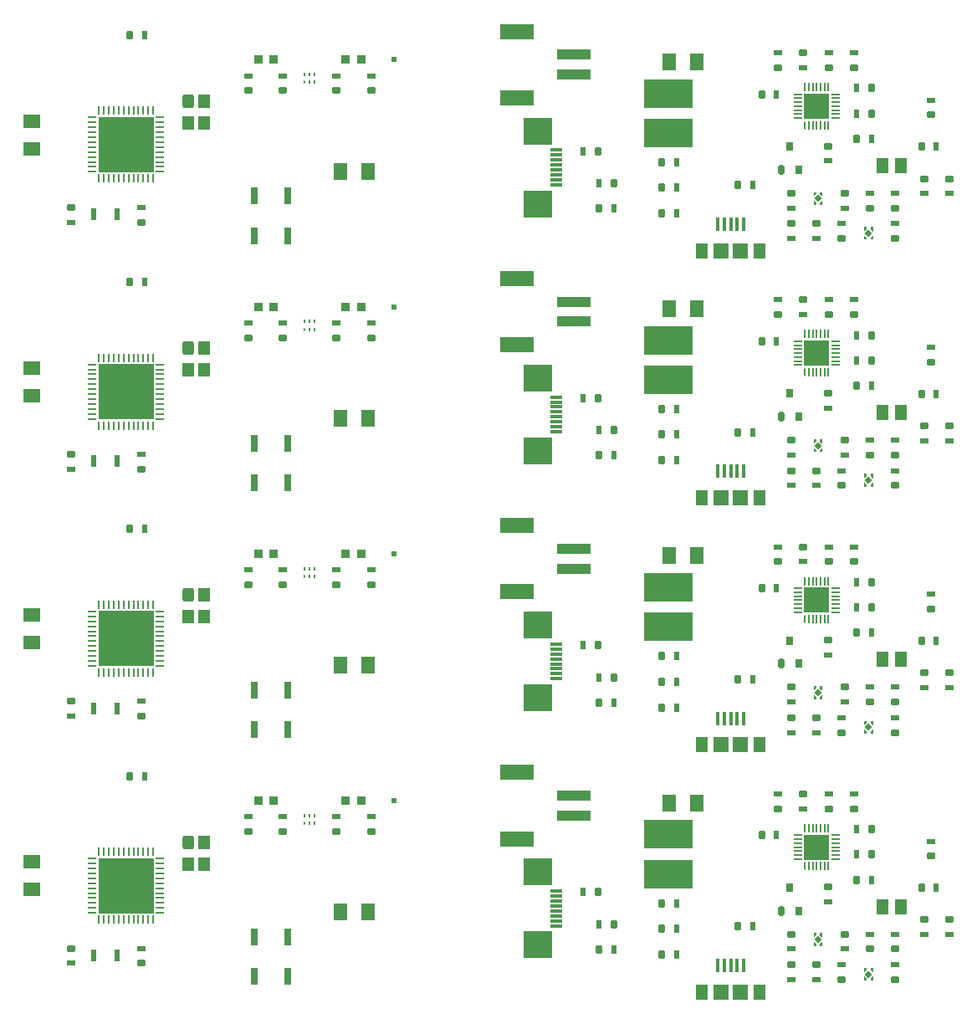
<source format=gtp>
G04*
G04 #@! TF.GenerationSoftware,Altium Limited,Altium Designer,21.0.9 (235)*
G04*
G04 Layer_Color=8421504*
%FSLAX44Y44*%
%MOMM*%
G71*
G04*
G04 #@! TF.SameCoordinates,010FA0BD-CCEB-4461-B68A-2F08C8EAF3F4*
G04*
G04*
G04 #@! TF.FilePolarity,Positive*
G04*
G01*
G75*
%ADD12R,0.6000X1.3000*%
%ADD13R,5.0000X3.0000*%
%ADD14R,1.3000X1.5000*%
%ADD15R,0.8000X1.7000*%
%ADD16R,1.4000X1.8000*%
%ADD17R,1.8000X1.4000*%
%ADD18R,0.2000X0.3000*%
G04:AMPARAMS|DCode=19|XSize=0.3mm|YSize=0.2mm|CornerRadius=0.05mm|HoleSize=0mm|Usage=FLASHONLY|Rotation=270.000|XOffset=0mm|YOffset=0mm|HoleType=Round|Shape=RoundedRectangle|*
%AMROUNDEDRECTD19*
21,1,0.3000,0.1000,0,0,270.0*
21,1,0.2000,0.2000,0,0,270.0*
1,1,0.1000,-0.0500,-0.1000*
1,1,0.1000,-0.0500,0.1000*
1,1,0.1000,0.0500,0.1000*
1,1,0.1000,0.0500,-0.1000*
%
%ADD19ROUNDEDRECTD19*%
%ADD20R,0.9000X0.6000*%
G04:AMPARAMS|DCode=21|XSize=0.6mm|YSize=0.9mm|CornerRadius=0.15mm|HoleSize=0mm|Usage=FLASHONLY|Rotation=270.000|XOffset=0mm|YOffset=0mm|HoleType=Round|Shape=RoundedRectangle|*
%AMROUNDEDRECTD21*
21,1,0.6000,0.6000,0,0,270.0*
21,1,0.3000,0.9000,0,0,270.0*
1,1,0.3000,-0.3000,-0.1500*
1,1,0.3000,-0.3000,0.1500*
1,1,0.3000,0.3000,0.1500*
1,1,0.3000,0.3000,-0.1500*
%
%ADD21ROUNDEDRECTD21*%
%ADD22R,0.6000X0.9000*%
G04:AMPARAMS|DCode=23|XSize=0.6mm|YSize=0.9mm|CornerRadius=0.15mm|HoleSize=0mm|Usage=FLASHONLY|Rotation=0.000|XOffset=0mm|YOffset=0mm|HoleType=Round|Shape=RoundedRectangle|*
%AMROUNDEDRECTD23*
21,1,0.6000,0.6000,0,0,0.0*
21,1,0.3000,0.9000,0,0,0.0*
1,1,0.3000,0.1500,-0.3000*
1,1,0.3000,-0.1500,-0.3000*
1,1,0.3000,-0.1500,0.3000*
1,1,0.3000,0.1500,0.3000*
%
%ADD23ROUNDEDRECTD23*%
%ADD24R,5.6000X5.6000*%
%ADD25R,0.8500X0.2500*%
%ADD26R,0.2500X0.8500*%
%ADD27O,0.2500X0.8500*%
G04:AMPARAMS|DCode=28|XSize=0.65mm|YSize=0.95mm|CornerRadius=0.1625mm|HoleSize=0mm|Usage=FLASHONLY|Rotation=180.000|XOffset=0mm|YOffset=0mm|HoleType=Round|Shape=RoundedRectangle|*
%AMROUNDEDRECTD28*
21,1,0.6500,0.6250,0,0,180.0*
21,1,0.3250,0.9500,0,0,180.0*
1,1,0.3250,-0.1625,0.3125*
1,1,0.3250,0.1625,0.3125*
1,1,0.3250,0.1625,-0.3125*
1,1,0.3250,-0.1625,-0.3125*
%
%ADD28ROUNDEDRECTD28*%
%ADD29R,0.6500X0.9500*%
G04:AMPARAMS|DCode=30|XSize=0.2mm|YSize=0.85mm|CornerRadius=0.05mm|HoleSize=0mm|Usage=FLASHONLY|Rotation=180.000|XOffset=0mm|YOffset=0mm|HoleType=Round|Shape=RoundedRectangle|*
%AMROUNDEDRECTD30*
21,1,0.2000,0.7500,0,0,180.0*
21,1,0.1000,0.8500,0,0,180.0*
1,1,0.1000,-0.0500,0.3750*
1,1,0.1000,0.0500,0.3750*
1,1,0.1000,0.0500,-0.3750*
1,1,0.1000,-0.0500,-0.3750*
%
%ADD30ROUNDEDRECTD30*%
%ADD31R,0.2000X0.8500*%
%ADD32R,0.8500X0.2000*%
%ADD33R,2.6000X2.6000*%
%ADD34R,0.2500X0.2200*%
%ADD35R,0.2500X0.2200*%
%ADD36P,0.6788X4X360.0*%
%ADD37R,0.8900X0.9400*%
%ADD38R,0.4000X1.3500*%
%ADD39R,1.5000X1.5500*%
%ADD40R,1.2000X0.3000*%
%ADD41R,3.0000X2.7000*%
%ADD42R,3.4000X1.5000*%
%ADD43R,3.5000X1.0000*%
%ADD44R,0.4800X0.4800*%
G04:AMPARAMS|DCode=45|XSize=1.2mm|YSize=1.4mm|CornerRadius=0.3mm|HoleSize=0mm|Usage=FLASHONLY|Rotation=0.000|XOffset=0mm|YOffset=0mm|HoleType=Round|Shape=RoundedRectangle|*
%AMROUNDEDRECTD45*
21,1,1.2000,0.8000,0,0,0.0*
21,1,0.6000,1.4000,0,0,0.0*
1,1,0.6000,0.3000,-0.4000*
1,1,0.6000,-0.3000,-0.4000*
1,1,0.6000,-0.3000,0.4000*
1,1,0.6000,0.3000,0.4000*
%
%ADD45ROUNDEDRECTD45*%
%ADD46R,1.2000X1.4000*%
%ADD50R,1.2000X1.5500*%
%ADD51R,1.2000X1.5500*%
G36*
X1095958Y1069958D02*
X1095258D01*
X1093458Y1071758D01*
Y1073958D01*
X1095958D01*
Y1069958D01*
D02*
G37*
G36*
X1089458Y1071758D02*
X1087658Y1069958D01*
X1086958D01*
Y1073958D01*
X1089458D01*
Y1071758D01*
D02*
G37*
G36*
X1095958Y1060960D02*
X1093458D01*
Y1063160D01*
X1095258Y1064960D01*
X1095958D01*
Y1060960D01*
D02*
G37*
G36*
X1089460Y1063156D02*
Y1060956D01*
X1086960D01*
Y1065656D01*
X1089460Y1063156D01*
D02*
G37*
G36*
X1140585Y1036713D02*
X1138785Y1034913D01*
X1138085Y1034913D01*
Y1038913D01*
X1140585D01*
Y1036713D01*
D02*
G37*
G36*
X1147083Y1034217D02*
X1144583Y1036717D01*
Y1038917D01*
X1147083D01*
Y1034217D01*
D02*
G37*
G36*
X1147085Y1025915D02*
X1144585D01*
X1144585Y1028115D01*
X1146385Y1029915D01*
X1147085Y1029915D01*
X1147085Y1025915D01*
D02*
G37*
G36*
X1140585Y1028115D02*
Y1025915D01*
X1138085D01*
Y1029915D01*
X1138785D01*
X1140585Y1028115D01*
D02*
G37*
G36*
X1095958Y819958D02*
X1095258D01*
X1093458Y821758D01*
Y823958D01*
X1095958D01*
Y819958D01*
D02*
G37*
G36*
X1089458Y821758D02*
X1087658Y819958D01*
X1086958D01*
Y823958D01*
X1089458D01*
Y821758D01*
D02*
G37*
G36*
X1095958Y810960D02*
X1093458D01*
Y813160D01*
X1095258Y814960D01*
X1095958D01*
Y810960D01*
D02*
G37*
G36*
X1089460Y813156D02*
Y810956D01*
X1086960D01*
Y815656D01*
X1089460Y813156D01*
D02*
G37*
G36*
X1140585Y786713D02*
X1138785Y784913D01*
X1138085Y784913D01*
Y788913D01*
X1140585D01*
Y786713D01*
D02*
G37*
G36*
X1147083Y784217D02*
X1144583Y786717D01*
Y788917D01*
X1147083D01*
Y784217D01*
D02*
G37*
G36*
X1147085Y775915D02*
X1144585D01*
X1144585Y778115D01*
X1146385Y779915D01*
X1147085Y779915D01*
X1147085Y775915D01*
D02*
G37*
G36*
X1140585Y778115D02*
Y775915D01*
X1138085D01*
Y779915D01*
X1138785D01*
X1140585Y778115D01*
D02*
G37*
G36*
X1095958Y569958D02*
X1095258D01*
X1093458Y571758D01*
Y573958D01*
X1095958D01*
Y569958D01*
D02*
G37*
G36*
X1089458Y571758D02*
X1087658Y569958D01*
X1086958D01*
Y573958D01*
X1089458D01*
Y571758D01*
D02*
G37*
G36*
X1095958Y560960D02*
X1093458D01*
Y563160D01*
X1095258Y564960D01*
X1095958D01*
Y560960D01*
D02*
G37*
G36*
X1089460Y563156D02*
Y560956D01*
X1086960D01*
Y565656D01*
X1089460Y563156D01*
D02*
G37*
G36*
X1140585Y536713D02*
X1138785Y534913D01*
X1138085Y534913D01*
Y538913D01*
X1140585D01*
Y536713D01*
D02*
G37*
G36*
X1147083Y534217D02*
X1144583Y536717D01*
Y538917D01*
X1147083D01*
Y534217D01*
D02*
G37*
G36*
X1147085Y525915D02*
X1144585D01*
X1144585Y528115D01*
X1146385Y529915D01*
X1147085Y529915D01*
X1147085Y525915D01*
D02*
G37*
G36*
X1140585Y528115D02*
Y525915D01*
X1138085D01*
Y529915D01*
X1138785D01*
X1140585Y528115D01*
D02*
G37*
G36*
X1095958Y319958D02*
X1095258D01*
X1093458Y321758D01*
Y323958D01*
X1095958D01*
Y319958D01*
D02*
G37*
G36*
X1089458Y321758D02*
X1087658Y319958D01*
X1086958D01*
Y323958D01*
X1089458D01*
Y321758D01*
D02*
G37*
G36*
X1095958Y310960D02*
X1093458D01*
Y313160D01*
X1095258Y314960D01*
X1095958D01*
Y310960D01*
D02*
G37*
G36*
X1089460Y313155D02*
Y310956D01*
X1086960D01*
Y315655D01*
X1089460Y313155D01*
D02*
G37*
G36*
X1140585Y286713D02*
X1138785Y284913D01*
X1138085Y284913D01*
Y288913D01*
X1140585D01*
Y286713D01*
D02*
G37*
G36*
X1147083Y284217D02*
X1144583Y286717D01*
Y288917D01*
X1147083D01*
Y284217D01*
D02*
G37*
G36*
X1147085Y275915D02*
X1144585D01*
X1144585Y278115D01*
X1146385Y279915D01*
X1147085Y279915D01*
X1147085Y275915D01*
D02*
G37*
G36*
X1140585Y278115D02*
Y275915D01*
X1138085D01*
Y279915D01*
X1138785D01*
X1140585Y278115D01*
D02*
G37*
D12*
X358270Y301646D02*
D03*
X382270D02*
D03*
X358270Y551646D02*
D03*
X382270D02*
D03*
X358270Y801646D02*
D03*
X382270D02*
D03*
X358270Y1051646D02*
D03*
X382270D02*
D03*
D13*
X940000Y423835D02*
D03*
Y383835D02*
D03*
Y673835D02*
D03*
Y633835D02*
D03*
Y923835D02*
D03*
Y883835D02*
D03*
Y1173835D02*
D03*
Y1133835D02*
D03*
D14*
X1156500Y351000D02*
D03*
X1175500D02*
D03*
X1156500Y601000D02*
D03*
X1175500D02*
D03*
X1156500Y851000D02*
D03*
X1175500D02*
D03*
X1156500Y1101000D02*
D03*
X1175500D02*
D03*
D15*
X555000Y280000D02*
D03*
X521000D02*
D03*
Y320000D02*
D03*
X555000D02*
D03*
Y530000D02*
D03*
X521000D02*
D03*
Y570000D02*
D03*
X555000D02*
D03*
Y780000D02*
D03*
X521000D02*
D03*
Y820000D02*
D03*
X555000D02*
D03*
Y1030000D02*
D03*
X521000D02*
D03*
Y1070000D02*
D03*
X555000D02*
D03*
D16*
X607793Y345207D02*
D03*
X635793D02*
D03*
X969000Y456000D02*
D03*
X941000D02*
D03*
X607793Y595208D02*
D03*
X635793D02*
D03*
X969000Y706000D02*
D03*
X941000D02*
D03*
X607793Y845208D02*
D03*
X635793D02*
D03*
X969000Y956000D02*
D03*
X941000D02*
D03*
X607793Y1095208D02*
D03*
X635793D02*
D03*
X969000Y1206000D02*
D03*
X941000D02*
D03*
D17*
X296000Y396000D02*
D03*
Y368000D02*
D03*
Y646000D02*
D03*
Y618000D02*
D03*
Y896000D02*
D03*
Y868000D02*
D03*
Y1146000D02*
D03*
Y1118000D02*
D03*
D18*
X582000Y443000D02*
D03*
X572000D02*
D03*
X582000Y435000D02*
D03*
X577000D02*
D03*
Y443000D02*
D03*
X582000Y693000D02*
D03*
X572000D02*
D03*
X582000Y685000D02*
D03*
X577000D02*
D03*
Y693000D02*
D03*
X582000Y943000D02*
D03*
X572000D02*
D03*
X582000Y935000D02*
D03*
X577000D02*
D03*
Y943000D02*
D03*
X582000Y1193000D02*
D03*
X572000D02*
D03*
X582000Y1185000D02*
D03*
X577000D02*
D03*
Y1193000D02*
D03*
D19*
X572000Y435000D02*
D03*
Y685000D02*
D03*
Y935000D02*
D03*
Y1185000D02*
D03*
D20*
X1102000Y355500D02*
D03*
X1128300Y465000D02*
D03*
X1206000Y417043D02*
D03*
X1102617Y465000D02*
D03*
X1076333Y450000D02*
D03*
X1169628Y291915D02*
D03*
X1169585Y322957D02*
D03*
X1144043D02*
D03*
X1115543Y291915D02*
D03*
X1064458Y276915D02*
D03*
X1090000D02*
D03*
X1118500Y307957D02*
D03*
X1050458Y465000D02*
D03*
X550000Y441707D02*
D03*
X515000D02*
D03*
X604000D02*
D03*
X639000D02*
D03*
X1064415Y307957D02*
D03*
X1199000Y322500D02*
D03*
X1224543D02*
D03*
X335000Y293500D02*
D03*
X406793Y308500D02*
D03*
X1102000Y605500D02*
D03*
X1128300Y715000D02*
D03*
X1206000Y667043D02*
D03*
X1102617Y715000D02*
D03*
X1076333Y700000D02*
D03*
X1169628Y541915D02*
D03*
X1169585Y572958D02*
D03*
X1144043D02*
D03*
X1115543Y541915D02*
D03*
X1064458Y526915D02*
D03*
X1090000D02*
D03*
X1118500Y557958D02*
D03*
X1050458Y715000D02*
D03*
X550000Y691708D02*
D03*
X515000D02*
D03*
X604000D02*
D03*
X639000D02*
D03*
X1064415Y557958D02*
D03*
X1199000Y572500D02*
D03*
X1224543D02*
D03*
X335000Y543500D02*
D03*
X406793Y558500D02*
D03*
X1102000Y855500D02*
D03*
X1128300Y965000D02*
D03*
X1206000Y917043D02*
D03*
X1102617Y965000D02*
D03*
X1076333Y950000D02*
D03*
X1169628Y791915D02*
D03*
X1169585Y822958D02*
D03*
X1144043D02*
D03*
X1115543Y791915D02*
D03*
X1064458Y776915D02*
D03*
X1090000D02*
D03*
X1118500Y807958D02*
D03*
X1050458Y965000D02*
D03*
X550000Y941708D02*
D03*
X515000D02*
D03*
X604000D02*
D03*
X639000D02*
D03*
X1064415Y807958D02*
D03*
X1199000Y822500D02*
D03*
X1224543D02*
D03*
X335000Y793500D02*
D03*
X406793Y808500D02*
D03*
X1102000Y1105500D02*
D03*
X1128300Y1215000D02*
D03*
X1206000Y1167043D02*
D03*
X1102617Y1215000D02*
D03*
X1076333Y1200000D02*
D03*
X1169628Y1041915D02*
D03*
X1169585Y1072958D02*
D03*
X1144043D02*
D03*
X1115543Y1041915D02*
D03*
X1064458Y1026915D02*
D03*
X1090000D02*
D03*
X1118500Y1057958D02*
D03*
X1050458Y1215000D02*
D03*
X550000Y1191708D02*
D03*
X515000D02*
D03*
X604000D02*
D03*
X639000D02*
D03*
X1064415Y1057958D02*
D03*
X1199000Y1072500D02*
D03*
X1224543D02*
D03*
X335000Y1043500D02*
D03*
X406793Y1058500D02*
D03*
D21*
X1102000Y370500D02*
D03*
X1128300Y450000D02*
D03*
X1206000Y402043D02*
D03*
X1102617Y450000D02*
D03*
X1076333Y465000D02*
D03*
X1169628Y276915D02*
D03*
X1169585Y307958D02*
D03*
X1144043D02*
D03*
X1115543Y276915D02*
D03*
X1064458Y291915D02*
D03*
X1090000D02*
D03*
X1118500Y322957D02*
D03*
X1050458Y450000D02*
D03*
X550000Y426708D02*
D03*
X515000D02*
D03*
X604000Y426707D02*
D03*
X639000Y426708D02*
D03*
X1064415Y322957D02*
D03*
X1199000Y337500D02*
D03*
X1224543D02*
D03*
X335000Y308500D02*
D03*
X406793Y293500D02*
D03*
X1102000Y620500D02*
D03*
X1128300Y700000D02*
D03*
X1206000Y652043D02*
D03*
X1102617Y700000D02*
D03*
X1076333Y715000D02*
D03*
X1169628Y526915D02*
D03*
X1169585Y557958D02*
D03*
X1144043D02*
D03*
X1115543Y526915D02*
D03*
X1064458Y541915D02*
D03*
X1090000D02*
D03*
X1118500Y572958D02*
D03*
X1050458Y700000D02*
D03*
X550000Y676708D02*
D03*
X515000D02*
D03*
X604000Y676708D02*
D03*
X639000Y676708D02*
D03*
X1064415Y572958D02*
D03*
X1199000Y587500D02*
D03*
X1224543D02*
D03*
X335000Y558500D02*
D03*
X406793Y543500D02*
D03*
X1102000Y870500D02*
D03*
X1128300Y950000D02*
D03*
X1206000Y902043D02*
D03*
X1102617Y950000D02*
D03*
X1076333Y965000D02*
D03*
X1169628Y776915D02*
D03*
X1169585Y807958D02*
D03*
X1144043D02*
D03*
X1115543Y776915D02*
D03*
X1064458Y791915D02*
D03*
X1090000D02*
D03*
X1118500Y822958D02*
D03*
X1050458Y950000D02*
D03*
X550000Y926708D02*
D03*
X515000D02*
D03*
X604000Y926708D02*
D03*
X639000Y926708D02*
D03*
X1064415Y822958D02*
D03*
X1199000Y837500D02*
D03*
X1224543D02*
D03*
X335000Y808500D02*
D03*
X406793Y793500D02*
D03*
X1102000Y1120500D02*
D03*
X1128300Y1200000D02*
D03*
X1206000Y1152043D02*
D03*
X1102617Y1200000D02*
D03*
X1076333Y1215000D02*
D03*
X1169628Y1026915D02*
D03*
X1169585Y1057958D02*
D03*
X1144043D02*
D03*
X1115543Y1026915D02*
D03*
X1064458Y1041915D02*
D03*
X1090000D02*
D03*
X1118500Y1072958D02*
D03*
X1050458Y1200000D02*
D03*
X550000Y1176708D02*
D03*
X515000D02*
D03*
X604000Y1176708D02*
D03*
X639000Y1176708D02*
D03*
X1064415Y1072958D02*
D03*
X1199000Y1087500D02*
D03*
X1224543D02*
D03*
X335000Y1058500D02*
D03*
X406793Y1043500D02*
D03*
D22*
X1025500Y331000D02*
D03*
X1211043Y370000D02*
D03*
X1049500Y423000D02*
D03*
X1130499Y429189D02*
D03*
X1130500Y403543D02*
D03*
X1145500Y378000D02*
D03*
X853500Y365543D02*
D03*
X948500Y302293D02*
D03*
Y328750D02*
D03*
Y354293D02*
D03*
X409500Y483000D02*
D03*
X869500Y333000D02*
D03*
X884500Y307458D02*
D03*
X1025500Y581000D02*
D03*
X1211043Y620000D02*
D03*
X1049500Y673000D02*
D03*
X1130499Y679189D02*
D03*
X1130500Y653543D02*
D03*
X1145500Y628000D02*
D03*
X853500Y615543D02*
D03*
X948500Y552293D02*
D03*
Y578750D02*
D03*
Y604293D02*
D03*
X409500Y733000D02*
D03*
X869500Y583000D02*
D03*
X884500Y557458D02*
D03*
X1025500Y831000D02*
D03*
X1211043Y870000D02*
D03*
X1049500Y923000D02*
D03*
X1130499Y929189D02*
D03*
X1130500Y903543D02*
D03*
X1145500Y878000D02*
D03*
X853500Y865543D02*
D03*
X948500Y802293D02*
D03*
Y828750D02*
D03*
Y854293D02*
D03*
X409500Y983000D02*
D03*
X869500Y833000D02*
D03*
X884500Y807458D02*
D03*
X1025500Y1081000D02*
D03*
X1211043Y1120000D02*
D03*
X1049500Y1173000D02*
D03*
X1130499Y1179189D02*
D03*
X1130500Y1153543D02*
D03*
X1145500Y1128000D02*
D03*
X853500Y1115543D02*
D03*
X948500Y1052293D02*
D03*
Y1078750D02*
D03*
Y1104293D02*
D03*
X409500Y1233000D02*
D03*
X869500Y1083000D02*
D03*
X884500Y1057458D02*
D03*
D23*
X1010500Y331000D02*
D03*
X1196043Y370000D02*
D03*
X1034500Y423000D02*
D03*
X1145499Y429189D02*
D03*
X1145500Y403543D02*
D03*
X1130500Y378000D02*
D03*
X868500Y365543D02*
D03*
X933500Y302293D02*
D03*
Y328750D02*
D03*
Y354293D02*
D03*
X394500Y483000D02*
D03*
X884500Y333000D02*
D03*
X869500Y307458D02*
D03*
X1010500Y581000D02*
D03*
X1196043Y620000D02*
D03*
X1034500Y673000D02*
D03*
X1145499Y679189D02*
D03*
X1145500Y653543D02*
D03*
X1130500Y628000D02*
D03*
X868500Y615543D02*
D03*
X933500Y552293D02*
D03*
Y578750D02*
D03*
Y604293D02*
D03*
X394500Y733000D02*
D03*
X884500Y583000D02*
D03*
X869500Y557458D02*
D03*
X1010500Y831000D02*
D03*
X1196043Y870000D02*
D03*
X1034500Y923000D02*
D03*
X1145499Y929189D02*
D03*
X1145500Y903543D02*
D03*
X1130500Y878000D02*
D03*
X868500Y865543D02*
D03*
X933500Y802293D02*
D03*
Y828750D02*
D03*
Y854293D02*
D03*
X394500Y983000D02*
D03*
X884500Y833000D02*
D03*
X869500Y807458D02*
D03*
X1010500Y1081000D02*
D03*
X1196043Y1120000D02*
D03*
X1034500Y1173000D02*
D03*
X1145499Y1179189D02*
D03*
X1145500Y1153543D02*
D03*
X1130500Y1128000D02*
D03*
X868500Y1115543D02*
D03*
X933500Y1052293D02*
D03*
Y1078750D02*
D03*
Y1104293D02*
D03*
X394500Y1233000D02*
D03*
X884500Y1083000D02*
D03*
X869500Y1057458D02*
D03*
D24*
X391000Y372000D02*
D03*
Y622000D02*
D03*
Y872000D02*
D03*
Y1122000D02*
D03*
D25*
X356750Y344500D02*
D03*
Y349500D02*
D03*
Y354500D02*
D03*
Y359500D02*
D03*
Y364500D02*
D03*
X356750Y369500D02*
D03*
Y374500D02*
D03*
X356750Y379500D02*
D03*
Y384500D02*
D03*
Y389500D02*
D03*
Y394500D02*
D03*
Y399500D02*
D03*
X425250D02*
D03*
Y394500D02*
D03*
Y389500D02*
D03*
Y384500D02*
D03*
Y379500D02*
D03*
X425250Y374500D02*
D03*
Y369500D02*
D03*
X425250Y364500D02*
D03*
Y359500D02*
D03*
Y354500D02*
D03*
Y349500D02*
D03*
Y344500D02*
D03*
X356750Y594500D02*
D03*
Y599500D02*
D03*
Y604500D02*
D03*
Y609500D02*
D03*
Y614500D02*
D03*
X356750Y619500D02*
D03*
Y624500D02*
D03*
X356750Y629500D02*
D03*
Y634500D02*
D03*
Y639500D02*
D03*
Y644500D02*
D03*
Y649500D02*
D03*
X425250D02*
D03*
Y644500D02*
D03*
Y639500D02*
D03*
Y634500D02*
D03*
Y629500D02*
D03*
X425250Y624500D02*
D03*
Y619500D02*
D03*
X425250Y614500D02*
D03*
Y609500D02*
D03*
Y604500D02*
D03*
Y599500D02*
D03*
Y594500D02*
D03*
X356750Y844500D02*
D03*
Y849500D02*
D03*
Y854500D02*
D03*
Y859500D02*
D03*
Y864500D02*
D03*
X356750Y869500D02*
D03*
Y874500D02*
D03*
X356750Y879500D02*
D03*
Y884500D02*
D03*
Y889500D02*
D03*
Y894500D02*
D03*
Y899500D02*
D03*
X425250D02*
D03*
Y894500D02*
D03*
Y889500D02*
D03*
Y884500D02*
D03*
Y879500D02*
D03*
X425250Y874500D02*
D03*
Y869500D02*
D03*
X425250Y864500D02*
D03*
Y859500D02*
D03*
Y854500D02*
D03*
Y849500D02*
D03*
Y844500D02*
D03*
X356750Y1094500D02*
D03*
Y1099500D02*
D03*
Y1104500D02*
D03*
Y1109500D02*
D03*
Y1114500D02*
D03*
X356750Y1119500D02*
D03*
Y1124500D02*
D03*
X356750Y1129500D02*
D03*
Y1134500D02*
D03*
Y1139500D02*
D03*
Y1144500D02*
D03*
Y1149500D02*
D03*
X425250D02*
D03*
Y1144500D02*
D03*
Y1139500D02*
D03*
Y1134500D02*
D03*
Y1129500D02*
D03*
X425250Y1124500D02*
D03*
Y1119500D02*
D03*
X425250Y1114500D02*
D03*
Y1109500D02*
D03*
Y1104500D02*
D03*
Y1099500D02*
D03*
Y1094500D02*
D03*
D26*
X363500Y406250D02*
D03*
X368500D02*
D03*
X373500D02*
D03*
X378500D02*
D03*
X383500D02*
D03*
X388500Y406250D02*
D03*
X393500D02*
D03*
X398500Y406250D02*
D03*
X403500D02*
D03*
X408500D02*
D03*
X413500D02*
D03*
X418500D02*
D03*
Y337750D02*
D03*
X413500D02*
D03*
X408500D02*
D03*
X403500D02*
D03*
X398500D02*
D03*
X393500Y337750D02*
D03*
X388500D02*
D03*
X383500Y337750D02*
D03*
X378500D02*
D03*
X373500D02*
D03*
X368500D02*
D03*
X363500Y656250D02*
D03*
X368500D02*
D03*
X373500D02*
D03*
X378500D02*
D03*
X383500D02*
D03*
X388500Y656250D02*
D03*
X393500D02*
D03*
X398500Y656250D02*
D03*
X403500D02*
D03*
X408500D02*
D03*
X413500D02*
D03*
X418500D02*
D03*
Y587750D02*
D03*
X413500D02*
D03*
X408500D02*
D03*
X403500D02*
D03*
X398500D02*
D03*
X393500Y587750D02*
D03*
X388500D02*
D03*
X383500Y587750D02*
D03*
X378500D02*
D03*
X373500D02*
D03*
X368500D02*
D03*
X363500Y906250D02*
D03*
X368500D02*
D03*
X373500D02*
D03*
X378500D02*
D03*
X383500D02*
D03*
X388500Y906250D02*
D03*
X393500D02*
D03*
X398500Y906250D02*
D03*
X403500D02*
D03*
X408500D02*
D03*
X413500D02*
D03*
X418500D02*
D03*
Y837750D02*
D03*
X413500D02*
D03*
X408500D02*
D03*
X403500D02*
D03*
X398500D02*
D03*
X393500Y837750D02*
D03*
X388500D02*
D03*
X383500Y837750D02*
D03*
X378500D02*
D03*
X373500D02*
D03*
X368500D02*
D03*
X363500Y1156250D02*
D03*
X368500D02*
D03*
X373500D02*
D03*
X378500D02*
D03*
X383500D02*
D03*
X388500Y1156250D02*
D03*
X393500D02*
D03*
X398500Y1156250D02*
D03*
X403500D02*
D03*
X408500D02*
D03*
X413500D02*
D03*
X418500D02*
D03*
Y1087750D02*
D03*
X413500D02*
D03*
X408500D02*
D03*
X403500D02*
D03*
X398500D02*
D03*
X393500Y1087750D02*
D03*
X388500D02*
D03*
X383500Y1087750D02*
D03*
X378500D02*
D03*
X373500D02*
D03*
X368500D02*
D03*
D27*
X363500Y337750D02*
D03*
Y587750D02*
D03*
Y837750D02*
D03*
Y1087750D02*
D03*
D28*
X1054000Y346707D02*
D03*
Y596708D02*
D03*
Y846708D02*
D03*
Y1096708D02*
D03*
D29*
X1072000Y346707D02*
D03*
X1063000Y370207D02*
D03*
X1072000Y596708D02*
D03*
X1063000Y620208D02*
D03*
X1072000Y846708D02*
D03*
X1063000Y870208D02*
D03*
X1072000Y1096708D02*
D03*
X1063000Y1120208D02*
D03*
D30*
X1078000Y391750D02*
D03*
Y641750D02*
D03*
Y891750D02*
D03*
Y1141750D02*
D03*
D31*
X1082000Y391750D02*
D03*
X1086000D02*
D03*
X1090000D02*
D03*
X1094000D02*
D03*
X1098000D02*
D03*
X1102000D02*
D03*
Y430250D02*
D03*
X1098000D02*
D03*
X1094000D02*
D03*
X1090000D02*
D03*
X1086000D02*
D03*
X1082000D02*
D03*
X1078000D02*
D03*
X1082000Y641750D02*
D03*
X1086000D02*
D03*
X1090000D02*
D03*
X1094000D02*
D03*
X1098000D02*
D03*
X1102000D02*
D03*
Y680250D02*
D03*
X1098000D02*
D03*
X1094000D02*
D03*
X1090000D02*
D03*
X1086000D02*
D03*
X1082000D02*
D03*
X1078000D02*
D03*
X1082000Y891750D02*
D03*
X1086000D02*
D03*
X1090000D02*
D03*
X1094000D02*
D03*
X1098000D02*
D03*
X1102000D02*
D03*
Y930250D02*
D03*
X1098000D02*
D03*
X1094000D02*
D03*
X1090000D02*
D03*
X1086000D02*
D03*
X1082000D02*
D03*
X1078000D02*
D03*
X1082000Y1141750D02*
D03*
X1086000D02*
D03*
X1090000D02*
D03*
X1094000D02*
D03*
X1098000D02*
D03*
X1102000D02*
D03*
Y1180250D02*
D03*
X1098000D02*
D03*
X1094000D02*
D03*
X1090000D02*
D03*
X1086000D02*
D03*
X1082000D02*
D03*
X1078000D02*
D03*
D32*
X1109250Y399000D02*
D03*
Y403000D02*
D03*
Y407000D02*
D03*
Y411000D02*
D03*
Y415000D02*
D03*
Y419000D02*
D03*
Y423000D02*
D03*
X1070750D02*
D03*
Y419000D02*
D03*
Y415000D02*
D03*
Y411000D02*
D03*
Y407000D02*
D03*
Y403000D02*
D03*
Y399000D02*
D03*
X1109250Y649000D02*
D03*
Y653000D02*
D03*
Y657000D02*
D03*
Y661000D02*
D03*
Y665000D02*
D03*
Y669000D02*
D03*
Y673000D02*
D03*
X1070750D02*
D03*
Y669000D02*
D03*
Y665000D02*
D03*
Y661000D02*
D03*
Y657000D02*
D03*
Y653000D02*
D03*
Y649000D02*
D03*
X1109250Y899000D02*
D03*
Y903000D02*
D03*
Y907000D02*
D03*
Y911000D02*
D03*
Y915000D02*
D03*
Y919000D02*
D03*
Y923000D02*
D03*
X1070750D02*
D03*
Y919000D02*
D03*
Y915000D02*
D03*
Y911000D02*
D03*
Y907000D02*
D03*
Y903000D02*
D03*
Y899000D02*
D03*
X1109250Y1149000D02*
D03*
Y1153000D02*
D03*
Y1157000D02*
D03*
Y1161000D02*
D03*
Y1165000D02*
D03*
Y1169000D02*
D03*
Y1173000D02*
D03*
X1070750D02*
D03*
Y1169000D02*
D03*
Y1165000D02*
D03*
Y1161000D02*
D03*
Y1157000D02*
D03*
Y1153000D02*
D03*
Y1149000D02*
D03*
D33*
X1090000Y411000D02*
D03*
Y661000D02*
D03*
Y911000D02*
D03*
Y1161000D02*
D03*
D34*
X1145833Y287817D02*
D03*
X1088210Y312055D02*
D03*
X1145833Y537817D02*
D03*
X1088210Y562056D02*
D03*
X1145833Y787817D02*
D03*
X1088210Y812056D02*
D03*
X1145833Y1037817D02*
D03*
X1088210Y1062056D02*
D03*
D35*
X1139335Y287813D02*
D03*
Y277013D02*
D03*
X1145835Y277013D02*
D03*
X1094708Y312060D02*
D03*
Y322860D02*
D03*
X1088208D02*
D03*
X1139335Y537813D02*
D03*
Y527013D02*
D03*
X1145835Y527013D02*
D03*
X1094708Y562060D02*
D03*
Y572860D02*
D03*
X1088208D02*
D03*
X1139335Y787813D02*
D03*
Y777013D02*
D03*
X1145835Y777013D02*
D03*
X1094708Y812060D02*
D03*
Y822860D02*
D03*
X1088208D02*
D03*
X1139335Y1037813D02*
D03*
Y1027013D02*
D03*
X1145835Y1027013D02*
D03*
X1094708Y1062060D02*
D03*
Y1072860D02*
D03*
X1088208D02*
D03*
D36*
X1142585Y282413D02*
D03*
X1091458Y317460D02*
D03*
X1142585Y532413D02*
D03*
X1091458Y567460D02*
D03*
X1142585Y782413D02*
D03*
X1091458Y817460D02*
D03*
X1142585Y1032413D02*
D03*
X1091458Y1067460D02*
D03*
D37*
X525000Y458000D02*
D03*
X540700D02*
D03*
X613150D02*
D03*
X628850D02*
D03*
X525000Y708000D02*
D03*
X540700D02*
D03*
X613150D02*
D03*
X628850D02*
D03*
X525000Y958000D02*
D03*
X540700D02*
D03*
X613150D02*
D03*
X628850D02*
D03*
X525000Y1208000D02*
D03*
X540700D02*
D03*
X613150D02*
D03*
X628850D02*
D03*
D38*
X990000Y291500D02*
D03*
X996500D02*
D03*
X1003000D02*
D03*
X1009500D02*
D03*
X1016000D02*
D03*
X990000Y541500D02*
D03*
X996500D02*
D03*
X1003000D02*
D03*
X1009500D02*
D03*
X1016000D02*
D03*
X990000Y791500D02*
D03*
X996500D02*
D03*
X1003000D02*
D03*
X1009500D02*
D03*
X1016000D02*
D03*
X990000Y1041500D02*
D03*
X996500D02*
D03*
X1003000D02*
D03*
X1009500D02*
D03*
X1016000D02*
D03*
D39*
X993000Y264500D02*
D03*
X1013000D02*
D03*
X993000Y514500D02*
D03*
X1013000D02*
D03*
X993000Y764500D02*
D03*
X1013000D02*
D03*
X993000Y1014500D02*
D03*
X1013000D02*
D03*
D40*
X826600Y331500D02*
D03*
Y336500D02*
D03*
Y341500D02*
D03*
Y366500D02*
D03*
Y361500D02*
D03*
Y356500D02*
D03*
Y351500D02*
D03*
Y346500D02*
D03*
Y581500D02*
D03*
Y586500D02*
D03*
Y591500D02*
D03*
Y616500D02*
D03*
Y611500D02*
D03*
Y606500D02*
D03*
Y601500D02*
D03*
Y596500D02*
D03*
Y831500D02*
D03*
Y836500D02*
D03*
Y841500D02*
D03*
Y866500D02*
D03*
Y861500D02*
D03*
Y856500D02*
D03*
Y851500D02*
D03*
Y846500D02*
D03*
Y1081500D02*
D03*
Y1086500D02*
D03*
Y1091500D02*
D03*
Y1116500D02*
D03*
Y1111500D02*
D03*
Y1106500D02*
D03*
Y1101500D02*
D03*
Y1096500D02*
D03*
D41*
X808000Y385800D02*
D03*
Y312200D02*
D03*
Y635800D02*
D03*
Y562200D02*
D03*
Y885800D02*
D03*
Y812200D02*
D03*
Y1135800D02*
D03*
Y1062200D02*
D03*
D42*
X787000Y419500D02*
D03*
Y486500D02*
D03*
Y669500D02*
D03*
Y736500D02*
D03*
Y919500D02*
D03*
Y986500D02*
D03*
Y1169500D02*
D03*
Y1236500D02*
D03*
D43*
X844500Y443000D02*
D03*
Y463000D02*
D03*
Y693000D02*
D03*
Y713000D02*
D03*
Y943000D02*
D03*
Y963000D02*
D03*
Y1193000D02*
D03*
Y1213000D02*
D03*
D44*
X662000Y458000D02*
D03*
Y708000D02*
D03*
Y958000D02*
D03*
Y1208000D02*
D03*
D45*
X454000Y416000D02*
D03*
Y666000D02*
D03*
Y916000D02*
D03*
Y1166000D02*
D03*
D46*
X470000Y416000D02*
D03*
X454000Y394000D02*
D03*
X470000D02*
D03*
Y666000D02*
D03*
X454000Y644000D02*
D03*
X470000D02*
D03*
Y916000D02*
D03*
X454000Y894000D02*
D03*
X470000D02*
D03*
Y1166000D02*
D03*
X454000Y1144000D02*
D03*
X470000D02*
D03*
D50*
X974005Y264505D02*
D03*
Y514505D02*
D03*
Y764505D02*
D03*
Y1014505D02*
D03*
D51*
X1032005Y264505D02*
D03*
Y514505D02*
D03*
Y764505D02*
D03*
Y1014505D02*
D03*
M02*

</source>
